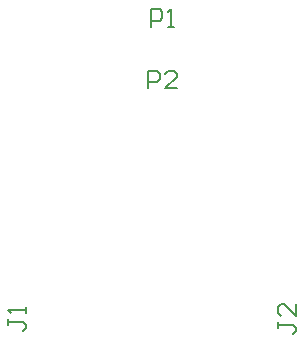
<source format=gbr>
%TF.GenerationSoftware,Altium Limited,Altium Designer,24.1.2 (44)*%
G04 Layer_Color=32768*
%FSLAX45Y45*%
%MOMM*%
%TF.SameCoordinates,5EC3BBD7-C06D-4BA5-B086-9FF2EE8CE176*%
%TF.FilePolarity,Positive*%
%TF.FileFunction,Other,Top_Designator*%
%TF.Part,Single*%
G01*
G75*
%TA.AperFunction,NonConductor*%
%ADD22C,0.15000*%
D22*
X1741532Y4471624D02*
Y4621576D01*
X1816508D01*
X1841500Y4596584D01*
Y4546600D01*
X1816508Y4521608D01*
X1741532D01*
X1891484Y4471624D02*
X1941468D01*
X1916476D01*
Y4621576D01*
X1891484Y4596584D01*
X1716541Y3948384D02*
Y4098336D01*
X1791516D01*
X1816508Y4073344D01*
Y4023360D01*
X1791516Y3998368D01*
X1716541D01*
X1966460Y3948384D02*
X1866492D01*
X1966460Y4048352D01*
Y4073344D01*
X1941468Y4098336D01*
X1891484D01*
X1866492Y4073344D01*
X2820624Y1968908D02*
Y1918925D01*
Y1943916D01*
X2945584D01*
X2970576Y1918925D01*
Y1893932D01*
X2945584Y1868941D01*
X2970576Y2118860D02*
Y2018892D01*
X2870608Y2118860D01*
X2845616D01*
X2820624Y2093868D01*
Y2043884D01*
X2845616Y2018892D01*
X534624Y1993900D02*
Y1943916D01*
Y1968908D01*
X659584D01*
X684576Y1943916D01*
Y1918924D01*
X659584Y1893932D01*
X684576Y2043884D02*
Y2093868D01*
Y2068876D01*
X534624D01*
X559616Y2043884D01*
%TF.MD5,007da2fba94eb6d12d7c700e67fda383*%
M02*

</source>
